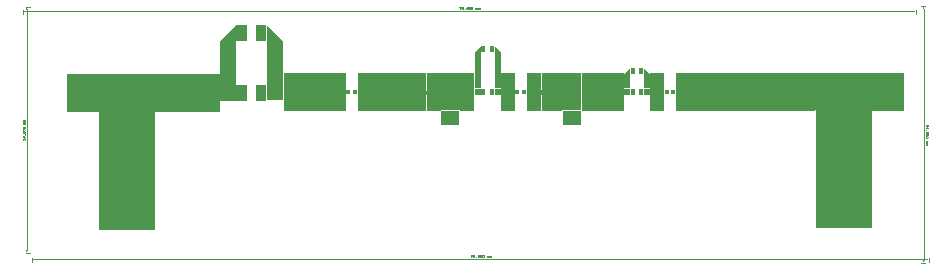
<source format=gbr>
G04 ===== Begin FILE IDENTIFICATION =====*
G04 File Format:  Gerber RS274X*
G04 ===== End FILE IDENTIFICATION =====*
%FSLAX24Y24*%
%MOMM*%
%SFA1.0000B1.0000*%
%OFA0.0B0.0*%
%ADD14R,0.500000X3.101100*%
%ADD15R,1.256900X3.204200*%
%ADD16R,1.250400X3.204200*%
%ADD17R,5.847300X3.204200*%
%ADD18R,0.360000X0.330000*%
%ADD19R,5.348500X3.204200*%
%ADD20R,0.889000X1.397000*%
%ADD21R,3.266100X3.204200*%
%ADD22C,0.375000*%
%ADD23R,0.625000X0.312500*%
%ADD24R,2.175700X3.204200*%
%ADD25R,2.742300X3.204200*%
%ADD26R,4.810000X9.986400*%
%ADD27R,1.397000X3.687900*%
%ADD28R,1.397000X3.575400*%
%ADD29C,0.289000*%
%ADD30R,1.604200X1.250100*%
%ADD31R,0.450000X0.500000*%
%ADD32R,1.250200X3.204200*%
%ADD33R,1.263300X3.204200*%
%ADD34R,1.768300X3.204200*%
%ADD35R,1.634800X1.276100*%
%ADD36R,3.612200X3.204200*%
%ADD37R,0.500000X1.251400*%
%ADD38R,1.258800X3.204200*%
%ADD39R,9.994100X3.204200*%
%ADD40C,0.285000*%
%ADD41R,1.830800X3.204200*%
%ADD42R,4.810000X9.985100*%
%ADD43R,2.774700X3.204200*%
%ADD44C,0.381000*%
%ADD45C,0.025000*%
%LNcond*%
%IPPOS*%
%LPD*%
G75*
D14*
X0Y-15506D03*
D15*
X-8785Y-33511D03*
G36*
G01X-31110Y-17490D02*
G01Y-49532D01*
G01X-15069D01*
G01Y-17490D01*
G01X-31110D01*
G37*
D16*
X-37362Y-33511D03*
D17*
X-72851D03*
D18*
X-109487D03*
X-103887D03*
D19*
X-138029D03*
D20*
X-199595Y-34636D03*
X-183187D03*
D21*
X-234340D03*
D22*
X-250671D03*
D23*
Y-36199D03*
D22*
Y-34636D03*
D24*
X-261550D03*
G36*
G01X-320528Y-18615D02*
G01Y-50657D01*
G01X-272428D01*
G01Y-18615D01*
G01X-320528D01*
G37*
D25*
X-334240Y-34636D03*
D26*
X-296478Y-100589D03*
D27*
X-211025Y-9211D03*
D20*
X-199595Y16213D03*
X-183187D03*
D28*
X-171757Y-8649D03*
D29*
X-43614Y-33511D03*
D23*
Y-35074D03*
D29*
Y-33511D03*
D30*
X-23089Y-55782D03*
D31*
X4750Y-33511D03*
X12150D03*
D32*
X25651D03*
D18*
X33702D03*
X39302D03*
D33*
X47418D03*
D34*
X62576D03*
G36*
G01X71418Y-17490D02*
G01Y-49532D01*
G01X87765D01*
G01Y-17490D01*
G01X71418D01*
G37*
D35*
X79592Y-55913D03*
D36*
X105826Y-33511D03*
D37*
X126387Y-24754D03*
D31*
X131137Y-15997D03*
X138537D03*
D37*
X143287Y-24754D03*
D38*
X152081Y-33511D03*
D18*
X160175D03*
X165775D03*
D39*
X217546D03*
D40*
X267516D03*
D23*
Y-35074D03*
D40*
Y-33511D03*
D41*
X276670D03*
G36*
G01X285824Y-17490D02*
G01Y-49532D01*
G01X333924D01*
G01Y-17490D01*
G01X285824D01*
G37*
D42*
X309874Y-99458D03*
D43*
X347798Y-33511D03*
D31*
X131137D03*
X138537D03*
D44*
X53735D03*
D23*
Y-35074D03*
D44*
Y-33511D03*
D14*
X16900Y-15506D03*
D31*
X4750Y2500D03*
X12150D03*
G36*
G01X2500Y-36011D02*
G01Y-31011D01*
G01X-2500D01*
G01Y-36011D01*
G01X2500D01*
G37*
G36*
G01X19400Y-36011D02*
G01Y-31011D01*
G01X14400D01*
G01Y-36011D01*
G01X19400D01*
G37*
G36*
G01X128887Y-36011D02*
G01Y-31011D01*
G01X123887D01*
G01Y-36011D01*
G01X128887D01*
G37*
G36*
G01X145787Y-36011D02*
G01Y-31011D01*
G01X140787D01*
G01Y-36011D01*
G01X145787D01*
G37*
G36*
G01X140787Y-18497D02*
G01X145787D01*
G01X140787Y-13497D01*
G01Y-18497D01*
G37*
G36*
G01X128887Y-18497D02*
G01Y-13497D01*
G01X123887Y-18497D01*
G01X128887D01*
G37*
G36*
G01X14400Y0D02*
G01X19400D01*
G01X14400Y5000D01*
G01Y0D01*
G37*
G36*
G01X2500Y0D02*
G01Y5000D01*
G01X-2500Y0D01*
G01X2500D01*
G37*
G36*
G01X-164772Y-40496D02*
G01Y-26526D01*
G01X-178742D01*
G01Y-40496D01*
G01X-164772D01*
G37*
G36*
G01X-178742Y9228D02*
G01X-164772D01*
G01X-178742Y23198D01*
G01Y9228D01*
G37*
G36*
G01X-204040Y9228D02*
G01Y23198D01*
G01X-218010Y9228D01*
G01X-204040D01*
G37*
G36*
G01X-204040Y-41621D02*
G01Y-27651D01*
G01X-218010D01*
G01Y-41621D01*
G01X-204040D01*
G37*
D45*
G01X-382460Y34540D02*
G01X368460D01*
G01X-385000Y32000D02*
G01Y35810D01*
G01X371000Y32000D02*
G01Y35810D01*
G36*
G01X-385000Y34540D02*
G01X-382460Y34096D01*
G01Y34985D01*
G01X-385000Y34540D01*
G37*
G36*
G01X371000Y34540D02*
G01X368460Y34096D01*
G01Y34985D01*
G01X371000Y34540D01*
G37*
D45*
G01X-14293Y38104D02*
G01X-15112Y36383D01*
G01X-15440Y38104D02*
G01X-14293D01*
G01X-12491D02*
G01X-13310D01*
G01X-13392Y37366D01*
G01X-13310Y37448D01*
G01X-13064Y37530D01*
G01X-12818D01*
G01X-12573Y37448D01*
G01X-12409Y37284D01*
G01X-12327Y37039D01*
G01Y36875D01*
G01X-12409Y36629D01*
G01X-12573Y36465D01*
G01X-12818Y36383D01*
G01X-13064D01*
G01X-13310Y36465D01*
G01X-13392Y36547D01*
G01X-13474Y36711D01*
G01X-10934Y36547D02*
G01X-11016Y36465D01*
G01X-10934Y36383D01*
G01X-10852Y36465D01*
G01X-10934Y36547D01*
G01X-8477Y37858D02*
G01X-8559Y38022D01*
G01X-8804Y38104D01*
G01X-8968D01*
G01X-9214Y38022D01*
G01X-9378Y37776D01*
G01X-9460Y37366D01*
G01Y36957D01*
G01X-9378Y36629D01*
G01X-9214Y36465D01*
G01X-8968Y36383D01*
G01X-8886D01*
G01X-8641Y36465D01*
G01X-8477Y36629D01*
G01X-8395Y36875D01*
G01Y36957D01*
G01X-8477Y37202D01*
G01X-8641Y37366D01*
G01X-8886Y37448D01*
G01X-8968D01*
G01X-9214Y37366D01*
G01X-9378Y37202D01*
G01X-9460Y36957D01*
G01X-7084Y38104D02*
G01X-7330Y38022D01*
G01X-7494Y37776D01*
G01X-7576Y37366D01*
G01Y37120D01*
G01X-7494Y36711D01*
G01X-7330Y36465D01*
G01X-7084Y36383D01*
G01X-6920D01*
G01X-6675Y36465D01*
G01X-6511Y36711D01*
G01X-6429Y37120D01*
G01Y37366D01*
G01X-6511Y37776D01*
G01X-6675Y38022D01*
G01X-6920Y38104D01*
G01X-7084D01*
G01X-5118D02*
G01X-5364Y38022D01*
G01X-5528Y37776D01*
G01X-5610Y37366D01*
G01Y37120D01*
G01X-5528Y36711D01*
G01X-5364Y36465D01*
G01X-5118Y36383D01*
G01X-4954D01*
G01X-4709Y36465D01*
G01X-4545Y36711D01*
G01X-4463Y37120D01*
G01Y37366D01*
G01X-4545Y37776D01*
G01X-4709Y38022D01*
G01X-4954Y38104D01*
G01X-5118D01*
G01X-2006Y37530D02*
G01Y36383D01*
G01Y37202D02*
G01X-1760Y37448D01*
G01X-1596Y37530D01*
G01X-1350D01*
G01X-1186Y37448D01*
G01X-1104Y37202D01*
G01Y36383D01*
G01Y37202D02*
G01X-858Y37448D01*
G01X-695Y37530D01*
G01X-449D01*
G01X-285Y37448D01*
G01X-203Y37202D01*
G01Y36383D01*
G01X-40Y37530D02*
G01Y36383D01*
G01Y37202D02*
G01X206Y37448D01*
G01X370Y37530D01*
G01X616D01*
G01X780Y37448D01*
G01X862Y37202D01*
G01Y36383D01*
G01Y37202D02*
G01X1108Y37448D01*
G01X1271Y37530D01*
G01X1517D01*
G01X1681Y37448D01*
G01X1763Y37202D01*
G01Y36383D01*
G01X377540Y36460D02*
G01Y-176460D01*
G01X375000Y39000D02*
G01X378810D01*
G01X375000Y-179000D02*
G01X378810D01*
G36*
G01X377540Y39000D02*
G01X377096Y36460D01*
G01X377985D01*
G01X377540Y39000D01*
G37*
G36*
G01X377540Y-179000D02*
G01X377096Y-176460D01*
G01X377985D01*
G01X377540Y-179000D01*
G37*
D45*
G01X380694Y-61642D02*
G01X380776D01*
G01X380940Y-61724D01*
G01X381022Y-61806D01*
G01X381104Y-61970D01*
G01Y-62298D01*
G01X381022Y-62461D01*
G01X380940Y-62543D01*
G01X380776Y-62625D01*
G01X380612D01*
G01X380448Y-62543D01*
G01X380202Y-62380D01*
G01X379383Y-61560D01*
G01Y-62707D01*
G01X380776Y-63772D02*
G01X380858Y-63936D01*
G01X381104Y-64182D01*
G01X379383D01*
G01X379547Y-66066D02*
G01X379465Y-65984D01*
G01X379383Y-66066D01*
G01X379465Y-66148D01*
G01X379547Y-66066D01*
G01X381104Y-67868D02*
G01X381022Y-67622D01*
G01X380858Y-67540D01*
G01X380694D01*
G01X380530Y-67622D01*
G01X380448Y-67786D01*
G01X380366Y-68114D01*
G01X380284Y-68359D01*
G01X380120Y-68523D01*
G01X379957Y-68605D01*
G01X379711D01*
G01X379547Y-68523D01*
G01X379465Y-68441D01*
G01X379383Y-68196D01*
G01Y-67868D01*
G01X379465Y-67622D01*
G01X379547Y-67540D01*
G01X379711Y-67458D01*
G01X379957D01*
G01X380120Y-67540D01*
G01X380284Y-67704D01*
G01X380366Y-67950D01*
G01X380448Y-68278D01*
G01X380530Y-68441D01*
G01X380694Y-68523D01*
G01X380858D01*
G01X381022Y-68441D01*
G01X381104Y-68196D01*
G01Y-67868D01*
G01Y-69916D02*
G01X381022Y-69670D01*
G01X380776Y-69506D01*
G01X380366Y-69424D01*
G01X380120D01*
G01X379711Y-69506D01*
G01X379465Y-69670D01*
G01X379383Y-69916D01*
G01Y-70080D01*
G01X379465Y-70325D01*
G01X379711Y-70489D01*
G01X380120Y-70571D01*
G01X380366D01*
G01X380776Y-70489D01*
G01X381022Y-70325D01*
G01X381104Y-70080D01*
G01Y-69916D01*
G01Y-71882D02*
G01X381022Y-71636D01*
G01X380776Y-71472D01*
G01X380366Y-71390D01*
G01X380120D01*
G01X379711Y-71472D01*
G01X379465Y-71636D01*
G01X379383Y-71882D01*
G01Y-72046D01*
G01X379465Y-72291D01*
G01X379711Y-72455D01*
G01X380120Y-72537D01*
G01X380366D01*
G01X380776Y-72455D01*
G01X381022Y-72291D01*
G01X381104Y-72046D01*
G01Y-71882D01*
G01X380530Y-74994D02*
G01X379383D01*
G01X380202D02*
G01X380448Y-75240D01*
G01X380530Y-75404D01*
G01Y-75650D01*
G01X380448Y-75814D01*
G01X380202Y-75896D01*
G01X379383D01*
G01X380202D02*
G01X380448Y-76142D01*
G01X380530Y-76305D01*
G01Y-76551D01*
G01X380448Y-76715D01*
G01X380202Y-76797D01*
G01X379383D01*
G01X380530Y-76960D02*
G01X379383D01*
G01X380202D02*
G01X380448Y-77206D01*
G01X380530Y-77370D01*
G01Y-77616D01*
G01X380448Y-77780D01*
G01X380202Y-77862D01*
G01X379383D01*
G01X380202D02*
G01X380448Y-78108D01*
G01X380530Y-78271D01*
G01Y-78517D01*
G01X380448Y-78681D01*
G01X380202Y-78763D01*
G01X379383D01*
G01X-374460Y-175460D02*
G01X379460D01*
G01X-377000Y-178000D02*
G01Y-174190D01*
G01X382000Y-178000D02*
G01Y-174190D01*
G36*
G01X-377000Y-175460D02*
G01X-374460Y-175904D01*
G01Y-175015D01*
G01X-377000Y-175460D01*
G37*
G36*
G01X382000Y-175460D02*
G01X379460Y-175904D01*
G01Y-175015D01*
G01X382000Y-175460D01*
G37*
D45*
G01X-4793Y-171896D02*
G01X-5612Y-173617D01*
G01X-5940Y-171896D02*
G01X-4793D01*
G01X-2991D02*
G01X-3810D01*
G01X-3892Y-172634D01*
G01X-3810Y-172552D01*
G01X-3564Y-172470D01*
G01X-3318D01*
G01X-3073Y-172552D01*
G01X-2909Y-172716D01*
G01X-2827Y-172961D01*
G01Y-173125D01*
G01X-2909Y-173371D01*
G01X-3073Y-173535D01*
G01X-3318Y-173617D01*
G01X-3564D01*
G01X-3810Y-173535D01*
G01X-3892Y-173453D01*
G01X-3974Y-173289D01*
G01X-1434Y-173453D02*
G01X-1516Y-173535D01*
G01X-1434Y-173617D01*
G01X-1352Y-173535D01*
G01X-1434Y-173453D01*
G01X1023Y-172470D02*
G01X941Y-172716D01*
G01X778Y-172880D01*
G01X532Y-172961D01*
G01X450D01*
G01X204Y-172880D01*
G01X40Y-172716D01*
G01X-42Y-172470D01*
G01Y-172388D01*
G01X40Y-172142D01*
G01X204Y-171978D01*
G01X450Y-171896D01*
G01X532D01*
G01X778Y-171978D01*
G01X941Y-172142D01*
G01X1023Y-172470D01*
G01Y-172880D01*
G01X941Y-173289D01*
G01X778Y-173535D01*
G01X532Y-173617D01*
G01X368D01*
G01X122Y-173535D01*
G01X40Y-173371D01*
G01X2416Y-171896D02*
G01X2170Y-171978D01*
G01X2006Y-172224D01*
G01X1924Y-172634D01*
G01Y-172880D01*
G01X2006Y-173289D01*
G01X2170Y-173535D01*
G01X2416Y-173617D01*
G01X2580D01*
G01X2825Y-173535D01*
G01X2989Y-173289D01*
G01X3071Y-172880D01*
G01Y-172634D01*
G01X2989Y-172224D01*
G01X2825Y-171978D01*
G01X2580Y-171896D01*
G01X2416D01*
G01X4382D02*
G01X4136Y-171978D01*
G01X3972Y-172224D01*
G01X3890Y-172634D01*
G01Y-172880D01*
G01X3972Y-173289D01*
G01X4136Y-173535D01*
G01X4382Y-173617D01*
G01X4546D01*
G01X4791Y-173535D01*
G01X4955Y-173289D01*
G01X5037Y-172880D01*
G01Y-172634D01*
G01X4955Y-172224D01*
G01X4791Y-171978D01*
G01X4546Y-171896D01*
G01X4382D01*
G01X7494Y-172470D02*
G01Y-173617D01*
G01Y-172798D02*
G01X7740Y-172552D01*
G01X7904Y-172470D01*
G01X8150D01*
G01X8314Y-172552D01*
G01X8396Y-172798D01*
G01Y-173617D01*
G01Y-172798D02*
G01X8642Y-172552D01*
G01X8805Y-172470D01*
G01X9051D01*
G01X9215Y-172552D01*
G01X9297Y-172798D01*
G01Y-173617D01*
G01X9460Y-172470D02*
G01Y-173617D01*
G01Y-172798D02*
G01X9706Y-172552D01*
G01X9870Y-172470D01*
G01X10116D01*
G01X10280Y-172552D01*
G01X10362Y-172798D01*
G01Y-173617D01*
G01Y-172798D02*
G01X10608Y-172552D01*
G01X10771Y-172470D01*
G01X11017D01*
G01X11181Y-172552D01*
G01X11263Y-172798D01*
G01Y-173617D01*
G01X-381540Y-167460D02*
G01Y35460D01*
G01X-379000Y-170000D02*
G01X-382810D01*
G01X-379000Y38000D02*
G01X-382810D01*
G36*
G01X-381540Y-170000D02*
G01X-381096Y-167460D01*
G01X-381985D01*
G01X-381540Y-170000D01*
G37*
G36*
G01X-381540Y38000D02*
G01X-381096Y35460D01*
G01X-381985D01*
G01X-381540Y38000D01*
G37*
D45*
G01X-384694Y-74358D02*
G01X-384776D01*
G01X-384940Y-74276D01*
G01X-385022Y-74194D01*
G01X-385104Y-74030D01*
G01Y-73702D01*
G01X-385022Y-73539D01*
G01X-384940Y-73457D01*
G01X-384776Y-73375D01*
G01X-384612D01*
G01X-384448Y-73457D01*
G01X-384202Y-73620D01*
G01X-383383Y-74440D01*
G01Y-73293D01*
G01X-385104Y-71982D02*
G01X-385022Y-72228D01*
G01X-384776Y-72392D01*
G01X-384366Y-72474D01*
G01X-384120D01*
G01X-383711Y-72392D01*
G01X-383465Y-72228D01*
G01X-383383Y-71982D01*
G01Y-71818D01*
G01X-383465Y-71573D01*
G01X-383711Y-71409D01*
G01X-384120Y-71327D01*
G01X-384366D01*
G01X-384776Y-71409D01*
G01X-385022Y-71573D01*
G01X-385104Y-71818D01*
G01Y-71982D01*
G01X-383547Y-69934D02*
G01X-383465Y-70016D01*
G01X-383383Y-69934D01*
G01X-383465Y-69852D01*
G01X-383547Y-69934D01*
G01X-385104Y-68132D02*
G01X-385022Y-68378D01*
G01X-384858Y-68460D01*
G01X-384694D01*
G01X-384530Y-68378D01*
G01X-384448Y-68214D01*
G01X-384366Y-67886D01*
G01X-384284Y-67641D01*
G01X-384120Y-67477D01*
G01X-383957Y-67395D01*
G01X-383711D01*
G01X-383547Y-67477D01*
G01X-383465Y-67559D01*
G01X-383383Y-67804D01*
G01Y-68132D01*
G01X-383465Y-68378D01*
G01X-383547Y-68460D01*
G01X-383711Y-68542D01*
G01X-383957D01*
G01X-384120Y-68460D01*
G01X-384284Y-68296D01*
G01X-384366Y-68050D01*
G01X-384448Y-67722D01*
G01X-384530Y-67559D01*
G01X-384694Y-67477D01*
G01X-384858D01*
G01X-385022Y-67559D01*
G01X-385104Y-67804D01*
G01Y-68132D01*
G01Y-66084D02*
G01X-385022Y-66330D01*
G01X-384776Y-66494D01*
G01X-384366Y-66576D01*
G01X-384120D01*
G01X-383711Y-66494D01*
G01X-383465Y-66330D01*
G01X-383383Y-66084D01*
G01Y-65920D01*
G01X-383465Y-65675D01*
G01X-383711Y-65511D01*
G01X-384120Y-65429D01*
G01X-384366D01*
G01X-384776Y-65511D01*
G01X-385022Y-65675D01*
G01X-385104Y-65920D01*
G01Y-66084D01*
G01Y-64118D02*
G01X-385022Y-64364D01*
G01X-384776Y-64528D01*
G01X-384366Y-64610D01*
G01X-384120D01*
G01X-383711Y-64528D01*
G01X-383465Y-64364D01*
G01X-383383Y-64118D01*
G01Y-63954D01*
G01X-383465Y-63709D01*
G01X-383711Y-63545D01*
G01X-384120Y-63463D01*
G01X-384366D01*
G01X-384776Y-63545D01*
G01X-385022Y-63709D01*
G01X-385104Y-63954D01*
G01Y-64118D01*
G01X-384530Y-61006D02*
G01X-383383D01*
G01X-384202D02*
G01X-384448Y-60760D01*
G01X-384530Y-60596D01*
G01Y-60350D01*
G01X-384448Y-60186D01*
G01X-384202Y-60104D01*
G01X-383383D01*
G01X-384202D02*
G01X-384448Y-59858D01*
G01X-384530Y-59695D01*
G01Y-59449D01*
G01X-384448Y-59285D01*
G01X-384202Y-59203D01*
G01X-383383D01*
G01X-384530Y-59040D02*
G01X-383383D01*
G01X-384202D02*
G01X-384448Y-58794D01*
G01X-384530Y-58630D01*
G01Y-58384D01*
G01X-384448Y-58220D01*
G01X-384202Y-58138D01*
G01X-383383D01*
G01X-384202D02*
G01X-384448Y-57892D01*
G01X-384530Y-57729D01*
G01Y-57483D01*
G01X-384448Y-57319D01*
G01X-384202Y-57237D01*
G01X-383383D01*
M02*


</source>
